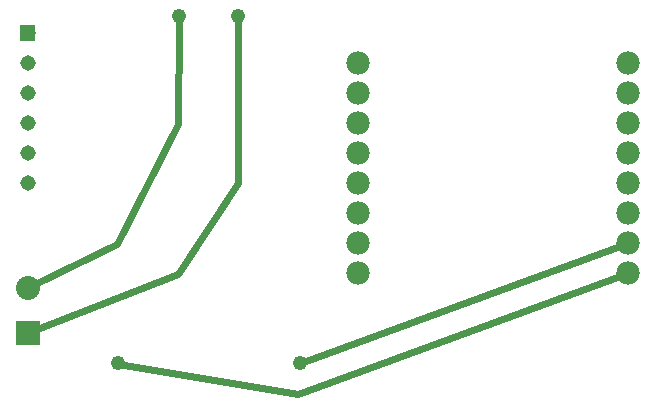
<source format=gtl>
G04 MADE WITH FRITZING*
G04 WWW.FRITZING.ORG*
G04 DOUBLE SIDED*
G04 HOLES PLATED*
G04 CONTOUR ON CENTER OF CONTOUR VECTOR*
%ASAXBY*%
%FSLAX23Y23*%
%MOIN*%
%OFA0B0*%
%SFA1.0B1.0*%
%ADD10C,0.080000*%
%ADD11C,0.047978*%
%ADD12C,0.077778*%
%ADD13C,0.051496*%
%ADD14C,0.024000*%
%ADD15R,0.001000X0.001000*%
%LNCOPPER1*%
G90*
G70*
G54D10*
X222Y275D03*
X222Y427D03*
X222Y275D03*
X222Y427D03*
G54D11*
X727Y1332D03*
X924Y1332D03*
X1128Y175D03*
X522Y175D03*
G54D12*
X1322Y1175D03*
X1322Y1075D03*
X1322Y975D03*
X1322Y875D03*
X1322Y775D03*
X1322Y675D03*
X1322Y575D03*
X1322Y475D03*
X2222Y475D03*
X2222Y575D03*
X2222Y675D03*
X2222Y775D03*
X2222Y875D03*
X2222Y975D03*
X2222Y1075D03*
X2222Y1175D03*
G54D13*
X222Y1275D03*
X222Y1175D03*
X222Y1075D03*
X222Y975D03*
X222Y875D03*
X222Y775D03*
X222Y1275D03*
X222Y1175D03*
X222Y1075D03*
X222Y975D03*
X222Y875D03*
X222Y775D03*
G54D14*
X726Y1309D02*
X722Y974D01*
D02*
X722Y974D02*
X521Y574D01*
D02*
X521Y574D02*
X253Y442D01*
D02*
X923Y776D02*
X722Y474D01*
D02*
X722Y474D02*
X254Y288D01*
D02*
X924Y1309D02*
X923Y776D01*
D02*
X2195Y565D02*
X1149Y182D01*
D02*
X2195Y465D02*
X1122Y74D01*
D02*
X1122Y74D02*
X544Y171D01*
G54D15*
X197Y1301D02*
X247Y1301D01*
X196Y1300D02*
X247Y1300D01*
X196Y1299D02*
X247Y1299D01*
X196Y1298D02*
X247Y1298D01*
X196Y1297D02*
X247Y1297D01*
X196Y1296D02*
X247Y1296D01*
X196Y1295D02*
X247Y1295D01*
X196Y1294D02*
X247Y1294D01*
X196Y1293D02*
X247Y1293D01*
X196Y1292D02*
X247Y1292D01*
X196Y1291D02*
X218Y1291D01*
X226Y1291D02*
X247Y1291D01*
X196Y1290D02*
X215Y1290D01*
X229Y1290D02*
X247Y1290D01*
X196Y1289D02*
X213Y1289D01*
X230Y1289D02*
X247Y1289D01*
X196Y1288D02*
X212Y1288D01*
X232Y1288D02*
X247Y1288D01*
X196Y1287D02*
X210Y1287D01*
X233Y1287D02*
X247Y1287D01*
X196Y1286D02*
X209Y1286D01*
X234Y1286D02*
X247Y1286D01*
X196Y1285D02*
X209Y1285D01*
X235Y1285D02*
X247Y1285D01*
X196Y1284D02*
X208Y1284D01*
X236Y1284D02*
X247Y1284D01*
X196Y1283D02*
X207Y1283D01*
X236Y1283D02*
X247Y1283D01*
X196Y1282D02*
X207Y1282D01*
X237Y1282D02*
X247Y1282D01*
X196Y1281D02*
X206Y1281D01*
X237Y1281D02*
X247Y1281D01*
X196Y1280D02*
X206Y1280D01*
X237Y1280D02*
X247Y1280D01*
X196Y1279D02*
X206Y1279D01*
X238Y1279D02*
X247Y1279D01*
X196Y1278D02*
X206Y1278D01*
X238Y1278D02*
X247Y1278D01*
X196Y1277D02*
X206Y1277D01*
X238Y1277D02*
X247Y1277D01*
X196Y1276D02*
X205Y1276D01*
X238Y1276D02*
X247Y1276D01*
X196Y1275D02*
X206Y1275D01*
X238Y1275D02*
X247Y1275D01*
X196Y1274D02*
X206Y1274D01*
X238Y1274D02*
X247Y1274D01*
X196Y1273D02*
X206Y1273D01*
X238Y1273D02*
X247Y1273D01*
X196Y1272D02*
X206Y1272D01*
X237Y1272D02*
X247Y1272D01*
X196Y1271D02*
X206Y1271D01*
X237Y1271D02*
X247Y1271D01*
X196Y1270D02*
X207Y1270D01*
X237Y1270D02*
X247Y1270D01*
X196Y1269D02*
X207Y1269D01*
X236Y1269D02*
X247Y1269D01*
X196Y1268D02*
X208Y1268D01*
X236Y1268D02*
X247Y1268D01*
X196Y1267D02*
X208Y1267D01*
X235Y1267D02*
X247Y1267D01*
X196Y1266D02*
X209Y1266D01*
X235Y1266D02*
X247Y1266D01*
X196Y1265D02*
X210Y1265D01*
X234Y1265D02*
X247Y1265D01*
X196Y1264D02*
X211Y1264D01*
X233Y1264D02*
X247Y1264D01*
X196Y1263D02*
X212Y1263D01*
X231Y1263D02*
X247Y1263D01*
X196Y1262D02*
X214Y1262D01*
X230Y1262D02*
X247Y1262D01*
X196Y1261D02*
X216Y1261D01*
X228Y1261D02*
X247Y1261D01*
X196Y1260D02*
X220Y1260D01*
X223Y1260D02*
X247Y1260D01*
X196Y1259D02*
X247Y1259D01*
X196Y1258D02*
X247Y1258D01*
X196Y1257D02*
X247Y1257D01*
X196Y1256D02*
X247Y1256D01*
X196Y1255D02*
X247Y1255D01*
X196Y1254D02*
X247Y1254D01*
X196Y1253D02*
X247Y1253D01*
X196Y1252D02*
X247Y1252D01*
X196Y1251D02*
X247Y1251D01*
X197Y1250D02*
X247Y1250D01*
X182Y316D02*
X261Y316D01*
X182Y315D02*
X261Y315D01*
X182Y314D02*
X261Y314D01*
X182Y313D02*
X261Y313D01*
X182Y312D02*
X261Y312D01*
X182Y311D02*
X261Y311D01*
X182Y310D02*
X261Y310D01*
X182Y309D02*
X261Y309D01*
X182Y308D02*
X261Y308D01*
X182Y307D02*
X261Y307D01*
X182Y306D02*
X261Y306D01*
X182Y305D02*
X261Y305D01*
X182Y304D02*
X261Y304D01*
X182Y303D02*
X261Y303D01*
X182Y302D02*
X261Y302D01*
X182Y301D02*
X261Y301D01*
X182Y300D02*
X261Y300D01*
X182Y299D02*
X216Y299D01*
X228Y299D02*
X261Y299D01*
X182Y298D02*
X212Y298D01*
X231Y298D02*
X261Y298D01*
X182Y297D02*
X210Y297D01*
X233Y297D02*
X261Y297D01*
X182Y296D02*
X208Y296D01*
X235Y296D02*
X261Y296D01*
X182Y295D02*
X207Y295D01*
X236Y295D02*
X261Y295D01*
X182Y294D02*
X206Y294D01*
X238Y294D02*
X261Y294D01*
X182Y293D02*
X205Y293D01*
X239Y293D02*
X261Y293D01*
X182Y292D02*
X204Y292D01*
X240Y292D02*
X261Y292D01*
X182Y291D02*
X203Y291D01*
X240Y291D02*
X261Y291D01*
X182Y290D02*
X202Y290D01*
X241Y290D02*
X261Y290D01*
X182Y289D02*
X201Y289D01*
X242Y289D02*
X261Y289D01*
X182Y288D02*
X201Y288D01*
X243Y288D02*
X261Y288D01*
X182Y287D02*
X200Y287D01*
X243Y287D02*
X261Y287D01*
X182Y286D02*
X200Y286D01*
X244Y286D02*
X261Y286D01*
X182Y285D02*
X199Y285D01*
X244Y285D02*
X261Y285D01*
X182Y284D02*
X199Y284D01*
X244Y284D02*
X261Y284D01*
X182Y283D02*
X199Y283D01*
X245Y283D02*
X261Y283D01*
X182Y282D02*
X198Y282D01*
X245Y282D02*
X261Y282D01*
X182Y281D02*
X198Y281D01*
X245Y281D02*
X261Y281D01*
X182Y280D02*
X198Y280D01*
X245Y280D02*
X261Y280D01*
X182Y279D02*
X198Y279D01*
X246Y279D02*
X261Y279D01*
X182Y278D02*
X198Y278D01*
X246Y278D02*
X261Y278D01*
X182Y277D02*
X198Y277D01*
X246Y277D02*
X261Y277D01*
X182Y276D02*
X198Y276D01*
X246Y276D02*
X261Y276D01*
X182Y275D02*
X198Y275D01*
X246Y275D02*
X261Y275D01*
X182Y274D02*
X198Y274D01*
X246Y274D02*
X261Y274D01*
X182Y273D02*
X198Y273D01*
X246Y273D02*
X261Y273D01*
X182Y272D02*
X198Y272D01*
X245Y272D02*
X261Y272D01*
X182Y271D02*
X198Y271D01*
X245Y271D02*
X261Y271D01*
X182Y270D02*
X198Y270D01*
X245Y270D02*
X261Y270D01*
X182Y269D02*
X199Y269D01*
X245Y269D02*
X261Y269D01*
X182Y268D02*
X199Y268D01*
X244Y268D02*
X261Y268D01*
X182Y267D02*
X199Y267D01*
X244Y267D02*
X261Y267D01*
X182Y266D02*
X200Y266D01*
X243Y266D02*
X261Y266D01*
X182Y265D02*
X201Y265D01*
X243Y265D02*
X261Y265D01*
X182Y264D02*
X201Y264D01*
X242Y264D02*
X261Y264D01*
X182Y263D02*
X202Y263D01*
X242Y263D02*
X261Y263D01*
X182Y262D02*
X202Y262D01*
X241Y262D02*
X261Y262D01*
X182Y261D02*
X203Y261D01*
X240Y261D02*
X261Y261D01*
X182Y260D02*
X204Y260D01*
X239Y260D02*
X261Y260D01*
X182Y259D02*
X205Y259D01*
X238Y259D02*
X261Y259D01*
X182Y258D02*
X206Y258D01*
X237Y258D02*
X261Y258D01*
X182Y257D02*
X207Y257D01*
X236Y257D02*
X261Y257D01*
X182Y256D02*
X209Y256D01*
X234Y256D02*
X261Y256D01*
X182Y255D02*
X211Y255D01*
X232Y255D02*
X261Y255D01*
X182Y254D02*
X213Y254D01*
X230Y254D02*
X261Y254D01*
X182Y253D02*
X217Y253D01*
X227Y253D02*
X261Y253D01*
X182Y252D02*
X261Y252D01*
X182Y251D02*
X261Y251D01*
X182Y250D02*
X261Y250D01*
X182Y249D02*
X261Y249D01*
X182Y248D02*
X261Y248D01*
X182Y247D02*
X261Y247D01*
X182Y246D02*
X261Y246D01*
X182Y245D02*
X261Y245D01*
X182Y244D02*
X261Y244D01*
X182Y243D02*
X261Y243D01*
X182Y242D02*
X261Y242D01*
X182Y241D02*
X261Y241D01*
X182Y240D02*
X261Y240D01*
X182Y239D02*
X261Y239D01*
X182Y238D02*
X261Y238D01*
X182Y237D02*
X261Y237D01*
D02*
G04 End of Copper1*
M02*
</source>
